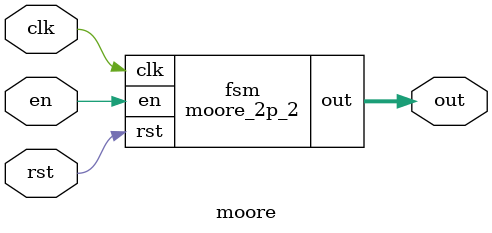
<source format=sv>


// The following example implements the Moore FSM illustrated in fsm.pdf. A
// Moore FSM has outputs that are solely a function of the current state.
// Note that you should always draw the FSM first and then convert it to code.

// Module: moore_1p
// Description: This module implements the Moore FSM shown in fsm.pdf using
// the 1-process/block model. It is important to note that the 1-process model
// will delay all outputs by 1 cycle due to the extra register. This register
// has its uses (e.g. preventing glitches), but in general is problematic for
// any circuit requiring control signals within the same cycle.

module moore_1p
  (
   input logic 	      clk, rst, en,
   output logic [3:0] out
   );

   // In SV, you can define states in many ways, but I recommend creating
   // your own state type using an enum. The advantage of this approach is
   // that it allows you to give state meaningful names (as opposed to values).
   // Those names then show up in simulation, which is much easier to track.
   // Also, with this enum approach, we are leaving it to the synthesis tool
   // to come up with the state encoding, which is usually a good idea.
   typedef enum       {
		       STATE0,
		       STATE1,
		       STATE2,
		       STATE3
		       } state_t;

   // Declare a represent the state register (i.e. the current state). Notice
   // that its type is state_t.
   state_t state_r;

   // The 1-process FSM model treats the entire FSM like sequential logic in a
   // single process/block.   
   // In other words, all signals that are assigned values are implemented as
   // registers. Therefore, we will follow the exact same synthesis guidelines
   // as we did for sequential logic. 
   always_ff @(posedge clk, posedge rst) begin 
     if (rst) begin
	state_r <= STATE0;
	out <= 4'b0001;	
     end
     else begin
	// Specify the output logic and next-state logic for each state.
	// This is as simple as translating each state from the fsm diagram.
	case (state_r)	  
	  STATE0 : begin
	     out <= 4'b0001;
	     // We don't need an else because state_r is already a register and
	     // will preserve the value automatically.
	     if (en) state_r <= STATE1;
	  end
	  STATE1 : begin
	     out = 4'b0010;
	     if (en) state_r <= STATE2;
	  end
	  STATE2 : begin
	     out = 4'b0100;
	     if (en) state_r <= STATE3;
	  end
	  STATE3 : begin
	     out = 4'b1000;
	     if (en) state_r <= STATE0;
	  end
	endcase	   
     end
   end
endmodule // moore_1p


// Module: moore_1p_2
// Description: This module is a slight modification of the previous module
// that illustrates how to encode states manually.

module moore_1p_2
  (
   input logic 	      clk, rst, en,
   output logic [3:0] out
   );

   // If we have a a good reason to choose our own state encoding, we can
   // do so by declaring the type as a logic array, and then manually assigning
   // a value to each state. If the logic type is used but values are not
   // given, then by default a binary encoding is used.
   //
   // SUGGESTION: Unless you have a very good reason to use a specific encoding,
   // don't use one. Omitting the encoding allows the synthesis tool to choose
   // one, which is likely going to be better for the targeted device.
   typedef enum       logic [1:0]   {
				     STATE0=2'b00,
				     STATE1=2'b01,
				     STATE2=2'b10,
				     STATE3=2'b11
				     } state_t;
   
   state_t state_r;

   always_ff @(posedge clk, posedge rst) begin 
     if (rst) begin
	state_r <= STATE0;
	out <= 4'b0001;	
     end
     else begin
	case (state_r)	  
	  STATE0 : begin
	     out <= 4'b0001;
	     if (en) state_r <= STATE1;
	  end
	  STATE1 : begin
	     out = 4'b0010;
	     if (en) state_r <= STATE2;
	  end
	  STATE2 : begin
	     out = 4'b0100;
	     if (en) state_r <= STATE3;
	  end
	  STATE3 : begin
	     out = 4'b1000;
	     if (en) state_r <= STATE0;
	  end
	endcase	   
     end
   end
endmodule


// Module: moore_2p
// Description: A 2-process/block model of the Moore FSM in fsm.pdf. In the
// 2-process model, we decompose the FSM into a state register (sequential 
// logic), and the next-state and output logic (combinational logic). Each type
// of logic uses a separate block and follows the synthesis guidelines for the
// corresponding type of logic.

module moore_2p
  (
   input logic 	      clk, rst, en,
   output logic [3:0] out
   );

   typedef enum       {
		       STATE0,
		       STATE1,
		       STATE2,
		       STATE3
		       } state_t;

   // For the 2-process model, we have a separate variable for the current
   // state (i.e. the state register), and the next state (i.e. the input to
   // the register to be stored on the next cycle).
   state_t state_r, next_state;

   // Create the state register. In this case, we use an abbreviated templated
   // because there will never be any other logic in this block. 
   always_ff @(posedge clk, posedge rst) 
     if (rst) state_r <= STATE0;   
     else state_r <= next_state;

   // The next-state logic and output logic are purely combinational, so we
   // use an always_comb block, and follow synthesis guidelines accordingly.
   always_comb begin
      
      case (state_r)
	STATE0 : begin
	   out = 4'b0001;

	   // Notice we are now assigning next_state instead of state_r because
	   // state_r is the input to the combinational logic, whereas as
	   // next_state is the output.
	   if (en) next_state = STATE1;

	   // For the 2-process model, we need the else statement (or some
	   // alternative) because without it there would be a latch. If there
	   // exists a path through a process/block for combinational logic
	   // without a definition of a variable, that variable will be
	   // synthesized as a latch.
	   else next_state = STATE0;	   
	end

	STATE1 : begin
	   out = 4'b0010;
	   if (en) next_state = STATE2;
	   else next_state = STATE1;	   
	end

	STATE2 : begin
	   out = 4'b0100;
	   if (en) next_state = STATE3;
	   else next_state = STATE2;	   
	end
	
	STATE3 : begin
	   out = 4'b1000;
	   if (en) next_state = STATE0;
	   else next_state = STATE3;	   
	end	
      endcase      
   end   
endmodule


// Module: moore_2p_2
// Description: A slightly simpler 2-process alternative to the previous 
// implementation.

module moore_2p_2
  (
   input logic 	      clk, rst, en,
   output logic [3:0] out
   );

   typedef enum       {
		       STATE0,
		       STATE1,
		       STATE2,
		       STATE3
		       } state_t;

   state_t state_r, next_state;

   always_ff @(posedge clk, posedge rst) 
     if (rst) state_r <= STATE0;   
     else state_r <= next_state;

   always_comb begin

      // By assigning a default value to the next state, we eliminate the need
      // for all the else statements from the previous implementation. In
      // general, giving default values to combinational logic outputs will
      // prevent latches. There isn't always a natural default, but in this
      // case there is since the default applies to any time en = 0.
      next_state = state_r;	
      
      case (state_r)	
	STATE0 : begin
	   out = 4'b0001;
	   if (en) next_state = STATE1;
	end

	STATE1 : begin
	   out = 4'b0010;
	   if (en) next_state = STATE2;
	end

	STATE2 : begin
	   out = 4'b0100;
	   if (en) next_state = STATE3;
	end
	
	STATE3 : begin
	   out = 4'b1000;
	   if (en) next_state = STATE0;
	end	
      endcase      
   end   
endmodule


// Module: moore
// Description: A top-level module for synthesis and simualtion. Change the
// name of the instantiated module to test different implementations.

module moore
  (
   input logic 	      clk, rst, en,
   output logic [3:0] out
   );
   
   moore_2p_2 fsm (.*);
      
endmodule

</source>
